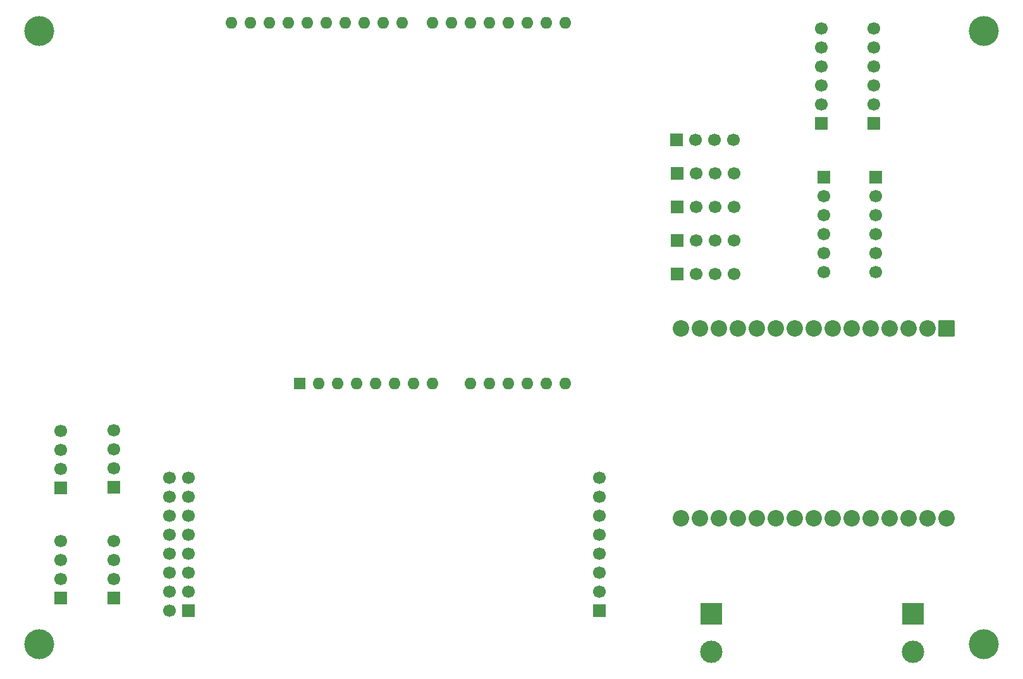
<source format=gbr>
%TF.GenerationSoftware,KiCad,Pcbnew,9.0.4*%
%TF.CreationDate,2025-10-04T22:47:02-03:00*%
%TF.ProjectId,mb,6d622e6b-6963-4616-945f-706362585858,rev?*%
%TF.SameCoordinates,Original*%
%TF.FileFunction,Soldermask,Top*%
%TF.FilePolarity,Negative*%
%FSLAX46Y46*%
G04 Gerber Fmt 4.6, Leading zero omitted, Abs format (unit mm)*
G04 Created by KiCad (PCBNEW 9.0.4) date 2025-10-04 22:47:02*
%MOMM*%
%LPD*%
G01*
G04 APERTURE LIST*
G04 Aperture macros list*
%AMRoundRect*
0 Rectangle with rounded corners*
0 $1 Rounding radius*
0 $2 $3 $4 $5 $6 $7 $8 $9 X,Y pos of 4 corners*
0 Add a 4 corners polygon primitive as box body*
4,1,4,$2,$3,$4,$5,$6,$7,$8,$9,$2,$3,0*
0 Add four circle primitives for the rounded corners*
1,1,$1+$1,$2,$3*
1,1,$1+$1,$4,$5*
1,1,$1+$1,$6,$7*
1,1,$1+$1,$8,$9*
0 Add four rect primitives between the rounded corners*
20,1,$1+$1,$2,$3,$4,$5,0*
20,1,$1+$1,$4,$5,$6,$7,0*
20,1,$1+$1,$6,$7,$8,$9,0*
20,1,$1+$1,$8,$9,$2,$3,0*%
G04 Aperture macros list end*
%ADD10C,4.000000*%
%ADD11R,1.700000X1.700000*%
%ADD12C,1.700000*%
%ADD13RoundRect,0.102000X-1.000000X1.000000X-1.000000X-1.000000X1.000000X-1.000000X1.000000X1.000000X0*%
%ADD14C,2.204000*%
%ADD15R,1.600000X1.600000*%
%ADD16O,1.600000X1.600000*%
%ADD17R,3.000000X3.000000*%
%ADD18C,3.000000*%
G04 APERTURE END LIST*
D10*
%TO.C,H1*%
X239500000Y-142000000D03*
%TD*%
D11*
%TO.C,J8*%
X123000000Y-121040000D03*
D12*
X123000000Y-118500000D03*
X123000000Y-115960000D03*
X123000000Y-113420000D03*
%TD*%
D11*
%TO.C,J5*%
X115886667Y-135810000D03*
D12*
X115886667Y-133270000D03*
X115886667Y-130730000D03*
X115886667Y-128190000D03*
%TD*%
D11*
%TO.C,J4*%
X187960000Y-137540000D03*
D12*
X187960000Y-135000000D03*
X187960000Y-132460000D03*
X187960000Y-129920000D03*
X187960000Y-127380000D03*
X187960000Y-124840000D03*
X187960000Y-122300000D03*
X187960000Y-119760000D03*
%TD*%
D11*
%TO.C,J7*%
X115886667Y-121080000D03*
D12*
X115886667Y-118540000D03*
X115886667Y-116000000D03*
X115886667Y-113460000D03*
%TD*%
D11*
%TO.C,J16*%
X224755000Y-72350000D03*
D12*
X224755000Y-69810000D03*
X224755000Y-67270000D03*
X224755000Y-64730000D03*
X224755000Y-62190000D03*
X224755000Y-59650000D03*
%TD*%
D13*
%TO.C,U1*%
X234520000Y-99760000D03*
D14*
X231980000Y-99760000D03*
X229440000Y-99760000D03*
X226900000Y-99760000D03*
X224360000Y-99760000D03*
X221820000Y-99760000D03*
X219280000Y-99760000D03*
X216740000Y-99760000D03*
X214200000Y-99760000D03*
X211660000Y-99760000D03*
X209120000Y-99760000D03*
X206580000Y-99760000D03*
X204040000Y-99760000D03*
X201500000Y-99760000D03*
X198960000Y-99760000D03*
X198960000Y-125160000D03*
X201500000Y-125160000D03*
X204040000Y-125160000D03*
X206580000Y-125160000D03*
X209120000Y-125160000D03*
X211660000Y-125160000D03*
X214200000Y-125160000D03*
X216740000Y-125160000D03*
X219280000Y-125160000D03*
X221820000Y-125160000D03*
X224360000Y-125160000D03*
X226900000Y-125160000D03*
X229440000Y-125160000D03*
X231980000Y-125160000D03*
X234520000Y-125160000D03*
%TD*%
D11*
%TO.C,J6*%
X123000000Y-135810000D03*
D12*
X123000000Y-133270000D03*
X123000000Y-130730000D03*
X123000000Y-128190000D03*
%TD*%
D11*
%TO.C,J13*%
X198420000Y-88000000D03*
D12*
X200960000Y-88000000D03*
X203500000Y-88000000D03*
X206040000Y-88000000D03*
%TD*%
D15*
%TO.C,A1*%
X147850000Y-107125000D03*
D16*
X150390000Y-107125000D03*
X152930000Y-107125000D03*
X155470000Y-107125000D03*
X158010000Y-107125000D03*
X160550000Y-107125000D03*
X163090000Y-107125000D03*
X165630000Y-107125000D03*
X170710000Y-107125000D03*
X173250000Y-107125000D03*
X175790000Y-107125000D03*
X178330000Y-107125000D03*
X180870000Y-107125000D03*
X183410000Y-107125000D03*
X183410000Y-58865000D03*
X180870000Y-58865000D03*
X178330000Y-58865000D03*
X175790000Y-58865000D03*
X173250000Y-58865000D03*
X170710000Y-58865000D03*
X168170000Y-58865000D03*
X165630000Y-58865000D03*
X161570000Y-58865000D03*
X159030000Y-58865000D03*
X156490000Y-58865000D03*
X153950000Y-58865000D03*
X151410000Y-58865000D03*
X148870000Y-58865000D03*
X146330000Y-58865000D03*
X143790000Y-58865000D03*
X141250000Y-58865000D03*
X138710000Y-58865000D03*
%TD*%
D11*
%TO.C,J2*%
X225000000Y-79500000D03*
D12*
X225000000Y-82040000D03*
X225000000Y-84580000D03*
X225000000Y-87120000D03*
X225000000Y-89660000D03*
X225000000Y-92200000D03*
%TD*%
D11*
%TO.C,J3*%
X132960000Y-137540000D03*
D12*
X130420000Y-137540000D03*
X132960000Y-135000000D03*
X130420000Y-135000000D03*
X132960000Y-132460000D03*
X130420000Y-132460000D03*
X132960000Y-129920000D03*
X130420000Y-129920000D03*
X132960000Y-127380000D03*
X130420000Y-127380000D03*
X132960000Y-124840000D03*
X130420000Y-124840000D03*
X132960000Y-122300000D03*
X130420000Y-122300000D03*
X132960000Y-119760000D03*
X130420000Y-119760000D03*
%TD*%
D11*
%TO.C,J12*%
X198380000Y-79000000D03*
D12*
X200920000Y-79000000D03*
X203460000Y-79000000D03*
X206000000Y-79000000D03*
%TD*%
D11*
%TO.C,J17*%
X217755000Y-72350000D03*
D12*
X217755000Y-69810000D03*
X217755000Y-67270000D03*
X217755000Y-64730000D03*
X217755000Y-62190000D03*
X217755000Y-59650000D03*
%TD*%
D10*
%TO.C,H3*%
X113000000Y-60000000D03*
%TD*%
%TO.C,H4*%
X239500000Y-60000000D03*
%TD*%
D11*
%TO.C,J14*%
X198420000Y-83500000D03*
D12*
X200960000Y-83500000D03*
X203500000Y-83500000D03*
X206040000Y-83500000D03*
%TD*%
D11*
%TO.C,J1*%
X218040000Y-79500000D03*
D12*
X218040000Y-82040000D03*
X218040000Y-84580000D03*
X218040000Y-87120000D03*
X218040000Y-89660000D03*
X218040000Y-92200000D03*
%TD*%
D11*
%TO.C,J11*%
X198380000Y-92500000D03*
D12*
X200920000Y-92500000D03*
X203460000Y-92500000D03*
X206000000Y-92500000D03*
%TD*%
D17*
%TO.C,J10*%
X203000000Y-137920000D03*
D18*
X203000000Y-143000000D03*
%TD*%
D11*
%TO.C,J15*%
X198340000Y-74500000D03*
D12*
X200880000Y-74500000D03*
X203420000Y-74500000D03*
X205960000Y-74500000D03*
%TD*%
D10*
%TO.C,H2*%
X113000000Y-142000000D03*
%TD*%
D17*
%TO.C,J9*%
X230000000Y-137920000D03*
D18*
X230000000Y-143000000D03*
%TD*%
M02*

</source>
